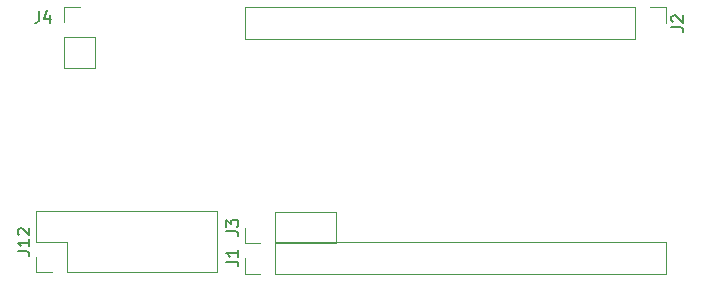
<source format=gbr>
%TF.GenerationSoftware,KiCad,Pcbnew,5.1.9-1.fc33*%
%TF.CreationDate,2021-02-04T09:32:01-05:00*%
%TF.ProjectId,c1kshim,63316b73-6869-46d2-9e6b-696361645f70,rev?*%
%TF.SameCoordinates,Original*%
%TF.FileFunction,Legend,Top*%
%TF.FilePolarity,Positive*%
%FSLAX46Y46*%
G04 Gerber Fmt 4.6, Leading zero omitted, Abs format (unit mm)*
G04 Created by KiCad (PCBNEW 5.1.9-1.fc33) date 2021-02-04 09:32:01*
%MOMM*%
%LPD*%
G01*
G04 APERTURE LIST*
%ADD10C,0.120000*%
%ADD11C,0.150000*%
G04 APERTURE END LIST*
D10*
%TO.C,J1*%
X106070000Y-148690000D02*
X106070000Y-147360000D01*
X107400000Y-148690000D02*
X106070000Y-148690000D01*
X108670000Y-148690000D02*
X108670000Y-146030000D01*
X108670000Y-146030000D02*
X141750000Y-146030000D01*
X108670000Y-148690000D02*
X141750000Y-148690000D01*
X141750000Y-148690000D02*
X141750000Y-146030000D01*
%TO.C,J2*%
X106070000Y-126150000D02*
X106070000Y-128810000D01*
X139150000Y-126150000D02*
X106070000Y-126150000D01*
X139150000Y-128810000D02*
X106070000Y-128810000D01*
X139150000Y-126150000D02*
X139150000Y-128810000D01*
X140420000Y-126150000D02*
X141750000Y-126150000D01*
X141750000Y-126150000D02*
X141750000Y-127480000D01*
%TO.C,J3*%
X106070000Y-146120000D02*
X106070000Y-144790000D01*
X107400000Y-146120000D02*
X106070000Y-146120000D01*
X108670000Y-146120000D02*
X108670000Y-143460000D01*
X108670000Y-143460000D02*
X113810000Y-143460000D01*
X108670000Y-146120000D02*
X113810000Y-146120000D01*
X113810000Y-146120000D02*
X113810000Y-143460000D01*
%TO.C,J4*%
X90770000Y-126100000D02*
X92100000Y-126100000D01*
X90770000Y-127430000D02*
X90770000Y-126100000D01*
X90770000Y-128700000D02*
X93430000Y-128700000D01*
X93430000Y-128700000D02*
X93430000Y-131300000D01*
X90770000Y-128700000D02*
X90770000Y-131300000D01*
X90770000Y-131300000D02*
X93430000Y-131300000D01*
%TO.C,J12*%
X88390000Y-148580000D02*
X88390000Y-147250000D01*
X89720000Y-148580000D02*
X88390000Y-148580000D01*
X88390000Y-145980000D02*
X88390000Y-143380000D01*
X90990000Y-145980000D02*
X88390000Y-145980000D01*
X90990000Y-148580000D02*
X90990000Y-145980000D01*
X88390000Y-143380000D02*
X103750000Y-143380000D01*
X90990000Y-148580000D02*
X103750000Y-148580000D01*
X103750000Y-148580000D02*
X103750000Y-143380000D01*
%TO.C,J1*%
D11*
X104522380Y-147693333D02*
X105236666Y-147693333D01*
X105379523Y-147740952D01*
X105474761Y-147836190D01*
X105522380Y-147979047D01*
X105522380Y-148074285D01*
X105522380Y-146693333D02*
X105522380Y-147264761D01*
X105522380Y-146979047D02*
X104522380Y-146979047D01*
X104665238Y-147074285D01*
X104760476Y-147169523D01*
X104808095Y-147264761D01*
%TO.C,J2*%
X142202380Y-127813333D02*
X142916666Y-127813333D01*
X143059523Y-127860952D01*
X143154761Y-127956190D01*
X143202380Y-128099047D01*
X143202380Y-128194285D01*
X142297619Y-127384761D02*
X142250000Y-127337142D01*
X142202380Y-127241904D01*
X142202380Y-127003809D01*
X142250000Y-126908571D01*
X142297619Y-126860952D01*
X142392857Y-126813333D01*
X142488095Y-126813333D01*
X142630952Y-126860952D01*
X143202380Y-127432380D01*
X143202380Y-126813333D01*
%TO.C,J3*%
X104522380Y-145123333D02*
X105236666Y-145123333D01*
X105379523Y-145170952D01*
X105474761Y-145266190D01*
X105522380Y-145409047D01*
X105522380Y-145504285D01*
X104522380Y-144742380D02*
X104522380Y-144123333D01*
X104903333Y-144456666D01*
X104903333Y-144313809D01*
X104950952Y-144218571D01*
X104998571Y-144170952D01*
X105093809Y-144123333D01*
X105331904Y-144123333D01*
X105427142Y-144170952D01*
X105474761Y-144218571D01*
X105522380Y-144313809D01*
X105522380Y-144599523D01*
X105474761Y-144694761D01*
X105427142Y-144742380D01*
%TO.C,J4*%
X88666666Y-126452380D02*
X88666666Y-127166666D01*
X88619047Y-127309523D01*
X88523809Y-127404761D01*
X88380952Y-127452380D01*
X88285714Y-127452380D01*
X89571428Y-126785714D02*
X89571428Y-127452380D01*
X89333333Y-126404761D02*
X89095238Y-127119047D01*
X89714285Y-127119047D01*
%TO.C,J12*%
X86842380Y-146789523D02*
X87556666Y-146789523D01*
X87699523Y-146837142D01*
X87794761Y-146932380D01*
X87842380Y-147075238D01*
X87842380Y-147170476D01*
X87842380Y-145789523D02*
X87842380Y-146360952D01*
X87842380Y-146075238D02*
X86842380Y-146075238D01*
X86985238Y-146170476D01*
X87080476Y-146265714D01*
X87128095Y-146360952D01*
X86937619Y-145408571D02*
X86890000Y-145360952D01*
X86842380Y-145265714D01*
X86842380Y-145027619D01*
X86890000Y-144932380D01*
X86937619Y-144884761D01*
X87032857Y-144837142D01*
X87128095Y-144837142D01*
X87270952Y-144884761D01*
X87842380Y-145456190D01*
X87842380Y-144837142D01*
%TD*%
M02*

</source>
